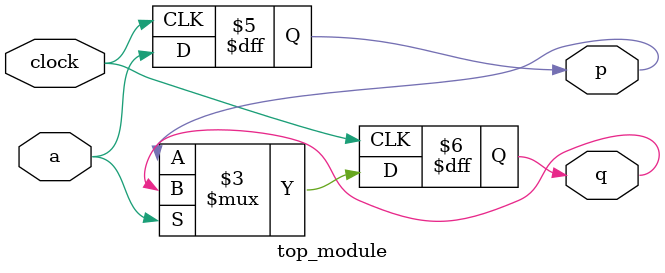
<source format=sv>
module top_module (
    input clock,
    input a, 
    output reg p,
    output reg q
);

    // Process triggered on the rising edge of the clock
    always @(posedge clock) begin
        p <= a;
        if (!a) begin
            q <= p;
        end
    end

endmodule

</source>
